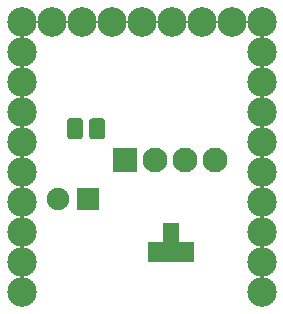
<source format=gbr>
G04 #@! TF.GenerationSoftware,KiCad,Pcbnew,(5.1.5)-3*
G04 #@! TF.CreationDate,2020-11-20T22:13:14+01:00*
G04 #@! TF.ProjectId,Microduino_Base_DE,4d696372-6f64-4756-996e-6f5f42617365,0.0*
G04 #@! TF.SameCoordinates,Original*
G04 #@! TF.FileFunction,Soldermask,Bot*
G04 #@! TF.FilePolarity,Negative*
%FSLAX46Y46*%
G04 Gerber Fmt 4.6, Leading zero omitted, Abs format (unit mm)*
G04 Created by KiCad (PCBNEW (5.1.5)-3) date 2020-11-20 22:13:14*
%MOMM*%
%LPD*%
G04 APERTURE LIST*
%ADD10R,1.900000X1.900000*%
%ADD11O,1.900000X1.900000*%
%ADD12R,2.100000X2.100000*%
%ADD13C,2.100000*%
%ADD14R,1.370000X1.670000*%
%ADD15C,2.500000*%
%ADD16C,0.100000*%
G04 APERTURE END LIST*
D10*
X146861000Y-80355000D03*
D11*
X144321000Y-80355000D03*
D12*
X150037800Y-77038200D03*
D13*
X152577800Y-77038200D03*
X155117800Y-77038200D03*
X157657800Y-77038200D03*
D14*
X152654000Y-84772500D03*
X153924000Y-84772500D03*
X155194000Y-84772500D03*
X153924000Y-83222500D03*
D15*
X161581000Y-67845000D03*
X161581000Y-70385000D03*
X161581000Y-72925000D03*
X161581000Y-75465000D03*
X161581000Y-78005000D03*
X161581000Y-80545000D03*
X161581000Y-83085000D03*
X161581000Y-85625000D03*
X161581000Y-88165000D03*
X161581000Y-65305000D03*
X159041000Y-65305000D03*
X156501000Y-65305000D03*
X153961000Y-65305000D03*
X151421000Y-65305000D03*
X148881000Y-65305000D03*
X146341000Y-65305000D03*
X143801000Y-65305000D03*
X141261000Y-65305000D03*
X141261000Y-67845000D03*
X141261000Y-70385000D03*
X141261000Y-72925000D03*
X141261000Y-75465000D03*
X141261000Y-78005000D03*
X141261000Y-80545000D03*
X141261000Y-83085000D03*
X141261000Y-85625000D03*
X141261000Y-88165000D03*
D16*
G36*
X146165343Y-73460155D02*
G01*
X146198712Y-73465105D01*
X146231435Y-73473302D01*
X146263197Y-73484666D01*
X146293693Y-73499090D01*
X146322627Y-73516432D01*
X146349723Y-73536528D01*
X146374718Y-73559182D01*
X146397372Y-73584177D01*
X146417468Y-73611273D01*
X146434810Y-73640207D01*
X146449234Y-73670703D01*
X146460598Y-73702465D01*
X146468795Y-73735188D01*
X146473745Y-73768557D01*
X146475400Y-73802250D01*
X146475400Y-74914750D01*
X146473745Y-74948443D01*
X146468795Y-74981812D01*
X146460598Y-75014535D01*
X146449234Y-75046297D01*
X146434810Y-75076793D01*
X146417468Y-75105727D01*
X146397372Y-75132823D01*
X146374718Y-75157818D01*
X146349723Y-75180472D01*
X146322627Y-75200568D01*
X146293693Y-75217910D01*
X146263197Y-75232334D01*
X146231435Y-75243698D01*
X146198712Y-75251895D01*
X146165343Y-75256845D01*
X146131650Y-75258500D01*
X145444150Y-75258500D01*
X145410457Y-75256845D01*
X145377088Y-75251895D01*
X145344365Y-75243698D01*
X145312603Y-75232334D01*
X145282107Y-75217910D01*
X145253173Y-75200568D01*
X145226077Y-75180472D01*
X145201082Y-75157818D01*
X145178428Y-75132823D01*
X145158332Y-75105727D01*
X145140990Y-75076793D01*
X145126566Y-75046297D01*
X145115202Y-75014535D01*
X145107005Y-74981812D01*
X145102055Y-74948443D01*
X145100400Y-74914750D01*
X145100400Y-73802250D01*
X145102055Y-73768557D01*
X145107005Y-73735188D01*
X145115202Y-73702465D01*
X145126566Y-73670703D01*
X145140990Y-73640207D01*
X145158332Y-73611273D01*
X145178428Y-73584177D01*
X145201082Y-73559182D01*
X145226077Y-73536528D01*
X145253173Y-73516432D01*
X145282107Y-73499090D01*
X145312603Y-73484666D01*
X145344365Y-73473302D01*
X145377088Y-73465105D01*
X145410457Y-73460155D01*
X145444150Y-73458500D01*
X146131650Y-73458500D01*
X146165343Y-73460155D01*
G37*
G36*
X148040343Y-73460155D02*
G01*
X148073712Y-73465105D01*
X148106435Y-73473302D01*
X148138197Y-73484666D01*
X148168693Y-73499090D01*
X148197627Y-73516432D01*
X148224723Y-73536528D01*
X148249718Y-73559182D01*
X148272372Y-73584177D01*
X148292468Y-73611273D01*
X148309810Y-73640207D01*
X148324234Y-73670703D01*
X148335598Y-73702465D01*
X148343795Y-73735188D01*
X148348745Y-73768557D01*
X148350400Y-73802250D01*
X148350400Y-74914750D01*
X148348745Y-74948443D01*
X148343795Y-74981812D01*
X148335598Y-75014535D01*
X148324234Y-75046297D01*
X148309810Y-75076793D01*
X148292468Y-75105727D01*
X148272372Y-75132823D01*
X148249718Y-75157818D01*
X148224723Y-75180472D01*
X148197627Y-75200568D01*
X148168693Y-75217910D01*
X148138197Y-75232334D01*
X148106435Y-75243698D01*
X148073712Y-75251895D01*
X148040343Y-75256845D01*
X148006650Y-75258500D01*
X147319150Y-75258500D01*
X147285457Y-75256845D01*
X147252088Y-75251895D01*
X147219365Y-75243698D01*
X147187603Y-75232334D01*
X147157107Y-75217910D01*
X147128173Y-75200568D01*
X147101077Y-75180472D01*
X147076082Y-75157818D01*
X147053428Y-75132823D01*
X147033332Y-75105727D01*
X147015990Y-75076793D01*
X147001566Y-75046297D01*
X146990202Y-75014535D01*
X146982005Y-74981812D01*
X146977055Y-74948443D01*
X146975400Y-74914750D01*
X146975400Y-73802250D01*
X146977055Y-73768557D01*
X146982005Y-73735188D01*
X146990202Y-73702465D01*
X147001566Y-73670703D01*
X147015990Y-73640207D01*
X147033332Y-73611273D01*
X147053428Y-73584177D01*
X147076082Y-73559182D01*
X147101077Y-73536528D01*
X147128173Y-73516432D01*
X147157107Y-73499090D01*
X147187603Y-73484666D01*
X147219365Y-73473302D01*
X147252088Y-73465105D01*
X147285457Y-73460155D01*
X147319150Y-73458500D01*
X148006650Y-73458500D01*
X148040343Y-73460155D01*
G37*
M02*

</source>
